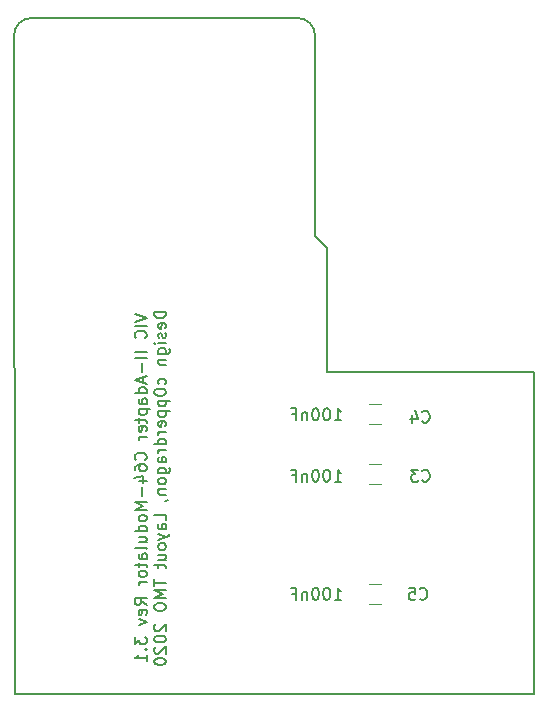
<source format=gbr>
%TF.GenerationSoftware,KiCad,Pcbnew,(5.1.5-0-10_14)*%
%TF.CreationDate,2020-10-24T19:52:31+02:00*%
%TF.ProjectId,c64board,63363462-6f61-4726-942e-6b696361645f,3.1*%
%TF.SameCoordinates,Original*%
%TF.FileFunction,Legend,Bot*%
%TF.FilePolarity,Positive*%
%FSLAX46Y46*%
G04 Gerber Fmt 4.6, Leading zero omitted, Abs format (unit mm)*
G04 Created by KiCad (PCBNEW (5.1.5-0-10_14)) date 2020-10-24 19:52:31*
%MOMM*%
%LPD*%
G04 APERTURE LIST*
%ADD10C,0.150000*%
%ADD11C,0.120000*%
G04 APERTURE END LIST*
D10*
X132000000Y-50500000D02*
G75*
G02X133500000Y-49000000I1500000J0D01*
G01*
X156000000Y-49000000D02*
G75*
G02X157500000Y-50500000I0J-1500000D01*
G01*
X157500000Y-67500000D02*
X158500000Y-68500000D01*
X157500000Y-65000000D02*
X157500000Y-67500000D01*
X157500000Y-50500000D02*
X157500000Y-65000000D01*
X158500000Y-79000000D02*
X176000000Y-79000000D01*
X158500000Y-79000000D02*
X158500000Y-68500000D01*
X133500000Y-49000000D02*
X156000000Y-49000000D01*
X132080000Y-106250000D02*
X176000000Y-106250000D01*
X142227380Y-74038095D02*
X143227380Y-74371428D01*
X142227380Y-74704761D01*
X143227380Y-75038095D02*
X142227380Y-75038095D01*
X143132142Y-76085714D02*
X143179761Y-76038095D01*
X143227380Y-75895238D01*
X143227380Y-75800000D01*
X143179761Y-75657142D01*
X143084523Y-75561904D01*
X142989285Y-75514285D01*
X142798809Y-75466666D01*
X142655952Y-75466666D01*
X142465476Y-75514285D01*
X142370238Y-75561904D01*
X142275000Y-75657142D01*
X142227380Y-75800000D01*
X142227380Y-75895238D01*
X142275000Y-76038095D01*
X142322619Y-76085714D01*
X143227380Y-77276190D02*
X142227380Y-77276190D01*
X143227380Y-77752380D02*
X142227380Y-77752380D01*
X142846428Y-78228571D02*
X142846428Y-78990476D01*
X142941666Y-79419047D02*
X142941666Y-79895238D01*
X143227380Y-79323809D02*
X142227380Y-79657142D01*
X143227380Y-79990476D01*
X143227380Y-80752380D02*
X142227380Y-80752380D01*
X143179761Y-80752380D02*
X143227380Y-80657142D01*
X143227380Y-80466666D01*
X143179761Y-80371428D01*
X143132142Y-80323809D01*
X143036904Y-80276190D01*
X142751190Y-80276190D01*
X142655952Y-80323809D01*
X142608333Y-80371428D01*
X142560714Y-80466666D01*
X142560714Y-80657142D01*
X142608333Y-80752380D01*
X143227380Y-81657142D02*
X142703571Y-81657142D01*
X142608333Y-81609523D01*
X142560714Y-81514285D01*
X142560714Y-81323809D01*
X142608333Y-81228571D01*
X143179761Y-81657142D02*
X143227380Y-81561904D01*
X143227380Y-81323809D01*
X143179761Y-81228571D01*
X143084523Y-81180952D01*
X142989285Y-81180952D01*
X142894047Y-81228571D01*
X142846428Y-81323809D01*
X142846428Y-81561904D01*
X142798809Y-81657142D01*
X142560714Y-82133333D02*
X143560714Y-82133333D01*
X142608333Y-82133333D02*
X142560714Y-82228571D01*
X142560714Y-82419047D01*
X142608333Y-82514285D01*
X142655952Y-82561904D01*
X142751190Y-82609523D01*
X143036904Y-82609523D01*
X143132142Y-82561904D01*
X143179761Y-82514285D01*
X143227380Y-82419047D01*
X143227380Y-82228571D01*
X143179761Y-82133333D01*
X142560714Y-82895238D02*
X142560714Y-83276190D01*
X142227380Y-83038095D02*
X143084523Y-83038095D01*
X143179761Y-83085714D01*
X143227380Y-83180952D01*
X143227380Y-83276190D01*
X143179761Y-83990476D02*
X143227380Y-83895238D01*
X143227380Y-83704761D01*
X143179761Y-83609523D01*
X143084523Y-83561904D01*
X142703571Y-83561904D01*
X142608333Y-83609523D01*
X142560714Y-83704761D01*
X142560714Y-83895238D01*
X142608333Y-83990476D01*
X142703571Y-84038095D01*
X142798809Y-84038095D01*
X142894047Y-83561904D01*
X143227380Y-84466666D02*
X142560714Y-84466666D01*
X142751190Y-84466666D02*
X142655952Y-84514285D01*
X142608333Y-84561904D01*
X142560714Y-84657142D01*
X142560714Y-84752380D01*
X143132142Y-86419047D02*
X143179761Y-86371428D01*
X143227380Y-86228571D01*
X143227380Y-86133333D01*
X143179761Y-85990476D01*
X143084523Y-85895238D01*
X142989285Y-85847619D01*
X142798809Y-85800000D01*
X142655952Y-85800000D01*
X142465476Y-85847619D01*
X142370238Y-85895238D01*
X142275000Y-85990476D01*
X142227380Y-86133333D01*
X142227380Y-86228571D01*
X142275000Y-86371428D01*
X142322619Y-86419047D01*
X142227380Y-87276190D02*
X142227380Y-87085714D01*
X142275000Y-86990476D01*
X142322619Y-86942857D01*
X142465476Y-86847619D01*
X142655952Y-86800000D01*
X143036904Y-86800000D01*
X143132142Y-86847619D01*
X143179761Y-86895238D01*
X143227380Y-86990476D01*
X143227380Y-87180952D01*
X143179761Y-87276190D01*
X143132142Y-87323809D01*
X143036904Y-87371428D01*
X142798809Y-87371428D01*
X142703571Y-87323809D01*
X142655952Y-87276190D01*
X142608333Y-87180952D01*
X142608333Y-86990476D01*
X142655952Y-86895238D01*
X142703571Y-86847619D01*
X142798809Y-86800000D01*
X142560714Y-88228571D02*
X143227380Y-88228571D01*
X142179761Y-87990476D02*
X142894047Y-87752380D01*
X142894047Y-88371428D01*
X142846428Y-88752380D02*
X142846428Y-89514285D01*
X143227380Y-89990476D02*
X142227380Y-89990476D01*
X142941666Y-90323809D01*
X142227380Y-90657142D01*
X143227380Y-90657142D01*
X143227380Y-91276190D02*
X143179761Y-91180952D01*
X143132142Y-91133333D01*
X143036904Y-91085714D01*
X142751190Y-91085714D01*
X142655952Y-91133333D01*
X142608333Y-91180952D01*
X142560714Y-91276190D01*
X142560714Y-91419047D01*
X142608333Y-91514285D01*
X142655952Y-91561904D01*
X142751190Y-91609523D01*
X143036904Y-91609523D01*
X143132142Y-91561904D01*
X143179761Y-91514285D01*
X143227380Y-91419047D01*
X143227380Y-91276190D01*
X143227380Y-92466666D02*
X142227380Y-92466666D01*
X143179761Y-92466666D02*
X143227380Y-92371428D01*
X143227380Y-92180952D01*
X143179761Y-92085714D01*
X143132142Y-92038095D01*
X143036904Y-91990476D01*
X142751190Y-91990476D01*
X142655952Y-92038095D01*
X142608333Y-92085714D01*
X142560714Y-92180952D01*
X142560714Y-92371428D01*
X142608333Y-92466666D01*
X142560714Y-93371428D02*
X143227380Y-93371428D01*
X142560714Y-92942857D02*
X143084523Y-92942857D01*
X143179761Y-92990476D01*
X143227380Y-93085714D01*
X143227380Y-93228571D01*
X143179761Y-93323809D01*
X143132142Y-93371428D01*
X143227380Y-93990476D02*
X143179761Y-93895238D01*
X143084523Y-93847619D01*
X142227380Y-93847619D01*
X143227380Y-94800000D02*
X142703571Y-94800000D01*
X142608333Y-94752380D01*
X142560714Y-94657142D01*
X142560714Y-94466666D01*
X142608333Y-94371428D01*
X143179761Y-94800000D02*
X143227380Y-94704761D01*
X143227380Y-94466666D01*
X143179761Y-94371428D01*
X143084523Y-94323809D01*
X142989285Y-94323809D01*
X142894047Y-94371428D01*
X142846428Y-94466666D01*
X142846428Y-94704761D01*
X142798809Y-94800000D01*
X142560714Y-95133333D02*
X142560714Y-95514285D01*
X142227380Y-95276190D02*
X143084523Y-95276190D01*
X143179761Y-95323809D01*
X143227380Y-95419047D01*
X143227380Y-95514285D01*
X143227380Y-95990476D02*
X143179761Y-95895238D01*
X143132142Y-95847619D01*
X143036904Y-95800000D01*
X142751190Y-95800000D01*
X142655952Y-95847619D01*
X142608333Y-95895238D01*
X142560714Y-95990476D01*
X142560714Y-96133333D01*
X142608333Y-96228571D01*
X142655952Y-96276190D01*
X142751190Y-96323809D01*
X143036904Y-96323809D01*
X143132142Y-96276190D01*
X143179761Y-96228571D01*
X143227380Y-96133333D01*
X143227380Y-95990476D01*
X143227380Y-96752380D02*
X142560714Y-96752380D01*
X142751190Y-96752380D02*
X142655952Y-96800000D01*
X142608333Y-96847619D01*
X142560714Y-96942857D01*
X142560714Y-97038095D01*
X143227380Y-98704761D02*
X142751190Y-98371428D01*
X143227380Y-98133333D02*
X142227380Y-98133333D01*
X142227380Y-98514285D01*
X142275000Y-98609523D01*
X142322619Y-98657142D01*
X142417857Y-98704761D01*
X142560714Y-98704761D01*
X142655952Y-98657142D01*
X142703571Y-98609523D01*
X142751190Y-98514285D01*
X142751190Y-98133333D01*
X143179761Y-99514285D02*
X143227380Y-99419047D01*
X143227380Y-99228571D01*
X143179761Y-99133333D01*
X143084523Y-99085714D01*
X142703571Y-99085714D01*
X142608333Y-99133333D01*
X142560714Y-99228571D01*
X142560714Y-99419047D01*
X142608333Y-99514285D01*
X142703571Y-99561904D01*
X142798809Y-99561904D01*
X142894047Y-99085714D01*
X142560714Y-99895238D02*
X143227380Y-100133333D01*
X142560714Y-100371428D01*
X142227380Y-101419047D02*
X142227380Y-102038095D01*
X142608333Y-101704761D01*
X142608333Y-101847619D01*
X142655952Y-101942857D01*
X142703571Y-101990476D01*
X142798809Y-102038095D01*
X143036904Y-102038095D01*
X143132142Y-101990476D01*
X143179761Y-101942857D01*
X143227380Y-101847619D01*
X143227380Y-101561904D01*
X143179761Y-101466666D01*
X143132142Y-101419047D01*
X143132142Y-102466666D02*
X143179761Y-102514285D01*
X143227380Y-102466666D01*
X143179761Y-102419047D01*
X143132142Y-102466666D01*
X143227380Y-102466666D01*
X143227380Y-103466666D02*
X143227380Y-102895238D01*
X143227380Y-103180952D02*
X142227380Y-103180952D01*
X142370238Y-103085714D01*
X142465476Y-102990476D01*
X142513095Y-102895238D01*
X144877380Y-73871428D02*
X143877380Y-73871428D01*
X143877380Y-74109523D01*
X143925000Y-74252380D01*
X144020238Y-74347619D01*
X144115476Y-74395238D01*
X144305952Y-74442857D01*
X144448809Y-74442857D01*
X144639285Y-74395238D01*
X144734523Y-74347619D01*
X144829761Y-74252380D01*
X144877380Y-74109523D01*
X144877380Y-73871428D01*
X144829761Y-75252380D02*
X144877380Y-75157142D01*
X144877380Y-74966666D01*
X144829761Y-74871428D01*
X144734523Y-74823809D01*
X144353571Y-74823809D01*
X144258333Y-74871428D01*
X144210714Y-74966666D01*
X144210714Y-75157142D01*
X144258333Y-75252380D01*
X144353571Y-75300000D01*
X144448809Y-75300000D01*
X144544047Y-74823809D01*
X144829761Y-75680952D02*
X144877380Y-75776190D01*
X144877380Y-75966666D01*
X144829761Y-76061904D01*
X144734523Y-76109523D01*
X144686904Y-76109523D01*
X144591666Y-76061904D01*
X144544047Y-75966666D01*
X144544047Y-75823809D01*
X144496428Y-75728571D01*
X144401190Y-75680952D01*
X144353571Y-75680952D01*
X144258333Y-75728571D01*
X144210714Y-75823809D01*
X144210714Y-75966666D01*
X144258333Y-76061904D01*
X144877380Y-76538095D02*
X144210714Y-76538095D01*
X143877380Y-76538095D02*
X143925000Y-76490476D01*
X143972619Y-76538095D01*
X143925000Y-76585714D01*
X143877380Y-76538095D01*
X143972619Y-76538095D01*
X144210714Y-77442857D02*
X145020238Y-77442857D01*
X145115476Y-77395238D01*
X145163095Y-77347619D01*
X145210714Y-77252380D01*
X145210714Y-77109523D01*
X145163095Y-77014285D01*
X144829761Y-77442857D02*
X144877380Y-77347619D01*
X144877380Y-77157142D01*
X144829761Y-77061904D01*
X144782142Y-77014285D01*
X144686904Y-76966666D01*
X144401190Y-76966666D01*
X144305952Y-77014285D01*
X144258333Y-77061904D01*
X144210714Y-77157142D01*
X144210714Y-77347619D01*
X144258333Y-77442857D01*
X144210714Y-77919047D02*
X144877380Y-77919047D01*
X144305952Y-77919047D02*
X144258333Y-77966666D01*
X144210714Y-78061904D01*
X144210714Y-78204761D01*
X144258333Y-78300000D01*
X144353571Y-78347619D01*
X144877380Y-78347619D01*
X144829761Y-80014285D02*
X144877380Y-79919047D01*
X144877380Y-79728571D01*
X144829761Y-79633333D01*
X144782142Y-79585714D01*
X144686904Y-79538095D01*
X144401190Y-79538095D01*
X144305952Y-79585714D01*
X144258333Y-79633333D01*
X144210714Y-79728571D01*
X144210714Y-79919047D01*
X144258333Y-80014285D01*
X143877380Y-80633333D02*
X143877380Y-80728571D01*
X143925000Y-80823809D01*
X143972619Y-80871428D01*
X144067857Y-80919047D01*
X144258333Y-80966666D01*
X144496428Y-80966666D01*
X144686904Y-80919047D01*
X144782142Y-80871428D01*
X144829761Y-80823809D01*
X144877380Y-80728571D01*
X144877380Y-80633333D01*
X144829761Y-80538095D01*
X144782142Y-80490476D01*
X144686904Y-80442857D01*
X144496428Y-80395238D01*
X144258333Y-80395238D01*
X144067857Y-80442857D01*
X143972619Y-80490476D01*
X143925000Y-80538095D01*
X143877380Y-80633333D01*
X144210714Y-81395238D02*
X145210714Y-81395238D01*
X144258333Y-81395238D02*
X144210714Y-81490476D01*
X144210714Y-81680952D01*
X144258333Y-81776190D01*
X144305952Y-81823809D01*
X144401190Y-81871428D01*
X144686904Y-81871428D01*
X144782142Y-81823809D01*
X144829761Y-81776190D01*
X144877380Y-81680952D01*
X144877380Y-81490476D01*
X144829761Y-81395238D01*
X144210714Y-82300000D02*
X145210714Y-82300000D01*
X144258333Y-82300000D02*
X144210714Y-82395238D01*
X144210714Y-82585714D01*
X144258333Y-82680952D01*
X144305952Y-82728571D01*
X144401190Y-82776190D01*
X144686904Y-82776190D01*
X144782142Y-82728571D01*
X144829761Y-82680952D01*
X144877380Y-82585714D01*
X144877380Y-82395238D01*
X144829761Y-82300000D01*
X144829761Y-83585714D02*
X144877380Y-83490476D01*
X144877380Y-83300000D01*
X144829761Y-83204761D01*
X144734523Y-83157142D01*
X144353571Y-83157142D01*
X144258333Y-83204761D01*
X144210714Y-83300000D01*
X144210714Y-83490476D01*
X144258333Y-83585714D01*
X144353571Y-83633333D01*
X144448809Y-83633333D01*
X144544047Y-83157142D01*
X144877380Y-84061904D02*
X144210714Y-84061904D01*
X144401190Y-84061904D02*
X144305952Y-84109523D01*
X144258333Y-84157142D01*
X144210714Y-84252380D01*
X144210714Y-84347619D01*
X144877380Y-85109523D02*
X143877380Y-85109523D01*
X144829761Y-85109523D02*
X144877380Y-85014285D01*
X144877380Y-84823809D01*
X144829761Y-84728571D01*
X144782142Y-84680952D01*
X144686904Y-84633333D01*
X144401190Y-84633333D01*
X144305952Y-84680952D01*
X144258333Y-84728571D01*
X144210714Y-84823809D01*
X144210714Y-85014285D01*
X144258333Y-85109523D01*
X144877380Y-85585714D02*
X144210714Y-85585714D01*
X144401190Y-85585714D02*
X144305952Y-85633333D01*
X144258333Y-85680952D01*
X144210714Y-85776190D01*
X144210714Y-85871428D01*
X144877380Y-86633333D02*
X144353571Y-86633333D01*
X144258333Y-86585714D01*
X144210714Y-86490476D01*
X144210714Y-86300000D01*
X144258333Y-86204761D01*
X144829761Y-86633333D02*
X144877380Y-86538095D01*
X144877380Y-86300000D01*
X144829761Y-86204761D01*
X144734523Y-86157142D01*
X144639285Y-86157142D01*
X144544047Y-86204761D01*
X144496428Y-86300000D01*
X144496428Y-86538095D01*
X144448809Y-86633333D01*
X144210714Y-87538095D02*
X145020238Y-87538095D01*
X145115476Y-87490476D01*
X145163095Y-87442857D01*
X145210714Y-87347619D01*
X145210714Y-87204761D01*
X145163095Y-87109523D01*
X144829761Y-87538095D02*
X144877380Y-87442857D01*
X144877380Y-87252380D01*
X144829761Y-87157142D01*
X144782142Y-87109523D01*
X144686904Y-87061904D01*
X144401190Y-87061904D01*
X144305952Y-87109523D01*
X144258333Y-87157142D01*
X144210714Y-87252380D01*
X144210714Y-87442857D01*
X144258333Y-87538095D01*
X144877380Y-88157142D02*
X144829761Y-88061904D01*
X144782142Y-88014285D01*
X144686904Y-87966666D01*
X144401190Y-87966666D01*
X144305952Y-88014285D01*
X144258333Y-88061904D01*
X144210714Y-88157142D01*
X144210714Y-88300000D01*
X144258333Y-88395238D01*
X144305952Y-88442857D01*
X144401190Y-88490476D01*
X144686904Y-88490476D01*
X144782142Y-88442857D01*
X144829761Y-88395238D01*
X144877380Y-88300000D01*
X144877380Y-88157142D01*
X144210714Y-88919047D02*
X144877380Y-88919047D01*
X144305952Y-88919047D02*
X144258333Y-88966666D01*
X144210714Y-89061904D01*
X144210714Y-89204761D01*
X144258333Y-89300000D01*
X144353571Y-89347619D01*
X144877380Y-89347619D01*
X144829761Y-89871428D02*
X144877380Y-89871428D01*
X144972619Y-89823809D01*
X145020238Y-89776190D01*
X144877380Y-91538095D02*
X144877380Y-91061904D01*
X143877380Y-91061904D01*
X144877380Y-92300000D02*
X144353571Y-92300000D01*
X144258333Y-92252380D01*
X144210714Y-92157142D01*
X144210714Y-91966666D01*
X144258333Y-91871428D01*
X144829761Y-92300000D02*
X144877380Y-92204761D01*
X144877380Y-91966666D01*
X144829761Y-91871428D01*
X144734523Y-91823809D01*
X144639285Y-91823809D01*
X144544047Y-91871428D01*
X144496428Y-91966666D01*
X144496428Y-92204761D01*
X144448809Y-92300000D01*
X144210714Y-92680952D02*
X144877380Y-92919047D01*
X144210714Y-93157142D02*
X144877380Y-92919047D01*
X145115476Y-92823809D01*
X145163095Y-92776190D01*
X145210714Y-92680952D01*
X144877380Y-93680952D02*
X144829761Y-93585714D01*
X144782142Y-93538095D01*
X144686904Y-93490476D01*
X144401190Y-93490476D01*
X144305952Y-93538095D01*
X144258333Y-93585714D01*
X144210714Y-93680952D01*
X144210714Y-93823809D01*
X144258333Y-93919047D01*
X144305952Y-93966666D01*
X144401190Y-94014285D01*
X144686904Y-94014285D01*
X144782142Y-93966666D01*
X144829761Y-93919047D01*
X144877380Y-93823809D01*
X144877380Y-93680952D01*
X144210714Y-94871428D02*
X144877380Y-94871428D01*
X144210714Y-94442857D02*
X144734523Y-94442857D01*
X144829761Y-94490476D01*
X144877380Y-94585714D01*
X144877380Y-94728571D01*
X144829761Y-94823809D01*
X144782142Y-94871428D01*
X144210714Y-95204761D02*
X144210714Y-95585714D01*
X143877380Y-95347619D02*
X144734523Y-95347619D01*
X144829761Y-95395238D01*
X144877380Y-95490476D01*
X144877380Y-95585714D01*
X143877380Y-96538095D02*
X143877380Y-97109523D01*
X144877380Y-96823809D02*
X143877380Y-96823809D01*
X144877380Y-97442857D02*
X143877380Y-97442857D01*
X144591666Y-97776190D01*
X143877380Y-98109523D01*
X144877380Y-98109523D01*
X143877380Y-98776190D02*
X143877380Y-98966666D01*
X143925000Y-99061904D01*
X144020238Y-99157142D01*
X144210714Y-99204761D01*
X144544047Y-99204761D01*
X144734523Y-99157142D01*
X144829761Y-99061904D01*
X144877380Y-98966666D01*
X144877380Y-98776190D01*
X144829761Y-98680952D01*
X144734523Y-98585714D01*
X144544047Y-98538095D01*
X144210714Y-98538095D01*
X144020238Y-98585714D01*
X143925000Y-98680952D01*
X143877380Y-98776190D01*
X143972619Y-100347619D02*
X143925000Y-100395238D01*
X143877380Y-100490476D01*
X143877380Y-100728571D01*
X143925000Y-100823809D01*
X143972619Y-100871428D01*
X144067857Y-100919047D01*
X144163095Y-100919047D01*
X144305952Y-100871428D01*
X144877380Y-100299999D01*
X144877380Y-100919047D01*
X143877380Y-101538095D02*
X143877380Y-101633333D01*
X143925000Y-101728571D01*
X143972619Y-101776190D01*
X144067857Y-101823809D01*
X144258333Y-101871428D01*
X144496428Y-101871428D01*
X144686904Y-101823809D01*
X144782142Y-101776190D01*
X144829761Y-101728571D01*
X144877380Y-101633333D01*
X144877380Y-101538095D01*
X144829761Y-101442857D01*
X144782142Y-101395238D01*
X144686904Y-101347619D01*
X144496428Y-101299999D01*
X144258333Y-101299999D01*
X144067857Y-101347619D01*
X143972619Y-101395238D01*
X143925000Y-101442857D01*
X143877380Y-101538095D01*
X143972619Y-102252380D02*
X143925000Y-102299999D01*
X143877380Y-102395238D01*
X143877380Y-102633333D01*
X143925000Y-102728571D01*
X143972619Y-102776190D01*
X144067857Y-102823809D01*
X144163095Y-102823809D01*
X144305952Y-102776190D01*
X144877380Y-102204761D01*
X144877380Y-102823809D01*
X143877380Y-103442857D02*
X143877380Y-103538095D01*
X143925000Y-103633333D01*
X143972619Y-103680952D01*
X144067857Y-103728571D01*
X144258333Y-103776190D01*
X144496428Y-103776190D01*
X144686904Y-103728571D01*
X144782142Y-103680952D01*
X144829761Y-103633333D01*
X144877380Y-103538095D01*
X144877380Y-103442857D01*
X144829761Y-103347619D01*
X144782142Y-103299999D01*
X144686904Y-103252380D01*
X144496428Y-103204761D01*
X144258333Y-103204761D01*
X144067857Y-103252380D01*
X143972619Y-103299999D01*
X143925000Y-103347619D01*
X143877380Y-103442857D01*
X132080000Y-106250000D02*
X132000000Y-50500000D01*
X176000000Y-79000000D02*
X176000000Y-106250000D01*
D11*
X163060000Y-88480000D02*
X162060000Y-88480000D01*
X162060000Y-86780000D02*
X163060000Y-86780000D01*
X162060000Y-81700000D02*
X163060000Y-81700000D01*
X163060000Y-83400000D02*
X162060000Y-83400000D01*
X163060000Y-98640000D02*
X162060000Y-98640000D01*
X162060000Y-96940000D02*
X163060000Y-96940000D01*
D10*
X166566666Y-88157142D02*
X166614285Y-88204761D01*
X166757142Y-88252380D01*
X166852380Y-88252380D01*
X166995238Y-88204761D01*
X167090476Y-88109523D01*
X167138095Y-88014285D01*
X167185714Y-87823809D01*
X167185714Y-87680952D01*
X167138095Y-87490476D01*
X167090476Y-87395238D01*
X166995238Y-87300000D01*
X166852380Y-87252380D01*
X166757142Y-87252380D01*
X166614285Y-87300000D01*
X166566666Y-87347619D01*
X166233333Y-87252380D02*
X165614285Y-87252380D01*
X165947619Y-87633333D01*
X165804761Y-87633333D01*
X165709523Y-87680952D01*
X165661904Y-87728571D01*
X165614285Y-87823809D01*
X165614285Y-88061904D01*
X165661904Y-88157142D01*
X165709523Y-88204761D01*
X165804761Y-88252380D01*
X166090476Y-88252380D01*
X166185714Y-88204761D01*
X166233333Y-88157142D01*
X159147619Y-88252380D02*
X159719047Y-88252380D01*
X159433333Y-88252380D02*
X159433333Y-87252380D01*
X159528571Y-87395238D01*
X159623809Y-87490476D01*
X159719047Y-87538095D01*
X158528571Y-87252380D02*
X158433333Y-87252380D01*
X158338095Y-87300000D01*
X158290476Y-87347619D01*
X158242857Y-87442857D01*
X158195238Y-87633333D01*
X158195238Y-87871428D01*
X158242857Y-88061904D01*
X158290476Y-88157142D01*
X158338095Y-88204761D01*
X158433333Y-88252380D01*
X158528571Y-88252380D01*
X158623809Y-88204761D01*
X158671428Y-88157142D01*
X158719047Y-88061904D01*
X158766666Y-87871428D01*
X158766666Y-87633333D01*
X158719047Y-87442857D01*
X158671428Y-87347619D01*
X158623809Y-87300000D01*
X158528571Y-87252380D01*
X157576190Y-87252380D02*
X157480952Y-87252380D01*
X157385714Y-87300000D01*
X157338095Y-87347619D01*
X157290476Y-87442857D01*
X157242857Y-87633333D01*
X157242857Y-87871428D01*
X157290476Y-88061904D01*
X157338095Y-88157142D01*
X157385714Y-88204761D01*
X157480952Y-88252380D01*
X157576190Y-88252380D01*
X157671428Y-88204761D01*
X157719047Y-88157142D01*
X157766666Y-88061904D01*
X157814285Y-87871428D01*
X157814285Y-87633333D01*
X157766666Y-87442857D01*
X157719047Y-87347619D01*
X157671428Y-87300000D01*
X157576190Y-87252380D01*
X156814285Y-87585714D02*
X156814285Y-88252380D01*
X156814285Y-87680952D02*
X156766666Y-87633333D01*
X156671428Y-87585714D01*
X156528571Y-87585714D01*
X156433333Y-87633333D01*
X156385714Y-87728571D01*
X156385714Y-88252380D01*
X155576190Y-87728571D02*
X155909523Y-87728571D01*
X155909523Y-88252380D02*
X155909523Y-87252380D01*
X155433333Y-87252380D01*
X166566666Y-83157142D02*
X166614285Y-83204761D01*
X166757142Y-83252380D01*
X166852380Y-83252380D01*
X166995238Y-83204761D01*
X167090476Y-83109523D01*
X167138095Y-83014285D01*
X167185714Y-82823809D01*
X167185714Y-82680952D01*
X167138095Y-82490476D01*
X167090476Y-82395238D01*
X166995238Y-82300000D01*
X166852380Y-82252380D01*
X166757142Y-82252380D01*
X166614285Y-82300000D01*
X166566666Y-82347619D01*
X165709523Y-82585714D02*
X165709523Y-83252380D01*
X165947619Y-82204761D02*
X166185714Y-82919047D01*
X165566666Y-82919047D01*
X159147619Y-83052380D02*
X159719047Y-83052380D01*
X159433333Y-83052380D02*
X159433333Y-82052380D01*
X159528571Y-82195238D01*
X159623809Y-82290476D01*
X159719047Y-82338095D01*
X158528571Y-82052380D02*
X158433333Y-82052380D01*
X158338095Y-82100000D01*
X158290476Y-82147619D01*
X158242857Y-82242857D01*
X158195238Y-82433333D01*
X158195238Y-82671428D01*
X158242857Y-82861904D01*
X158290476Y-82957142D01*
X158338095Y-83004761D01*
X158433333Y-83052380D01*
X158528571Y-83052380D01*
X158623809Y-83004761D01*
X158671428Y-82957142D01*
X158719047Y-82861904D01*
X158766666Y-82671428D01*
X158766666Y-82433333D01*
X158719047Y-82242857D01*
X158671428Y-82147619D01*
X158623809Y-82100000D01*
X158528571Y-82052380D01*
X157576190Y-82052380D02*
X157480952Y-82052380D01*
X157385714Y-82100000D01*
X157338095Y-82147619D01*
X157290476Y-82242857D01*
X157242857Y-82433333D01*
X157242857Y-82671428D01*
X157290476Y-82861904D01*
X157338095Y-82957142D01*
X157385714Y-83004761D01*
X157480952Y-83052380D01*
X157576190Y-83052380D01*
X157671428Y-83004761D01*
X157719047Y-82957142D01*
X157766666Y-82861904D01*
X157814285Y-82671428D01*
X157814285Y-82433333D01*
X157766666Y-82242857D01*
X157719047Y-82147619D01*
X157671428Y-82100000D01*
X157576190Y-82052380D01*
X156814285Y-82385714D02*
X156814285Y-83052380D01*
X156814285Y-82480952D02*
X156766666Y-82433333D01*
X156671428Y-82385714D01*
X156528571Y-82385714D01*
X156433333Y-82433333D01*
X156385714Y-82528571D01*
X156385714Y-83052380D01*
X155576190Y-82528571D02*
X155909523Y-82528571D01*
X155909523Y-83052380D02*
X155909523Y-82052380D01*
X155433333Y-82052380D01*
X166366666Y-98157142D02*
X166414285Y-98204761D01*
X166557142Y-98252380D01*
X166652380Y-98252380D01*
X166795238Y-98204761D01*
X166890476Y-98109523D01*
X166938095Y-98014285D01*
X166985714Y-97823809D01*
X166985714Y-97680952D01*
X166938095Y-97490476D01*
X166890476Y-97395238D01*
X166795238Y-97300000D01*
X166652380Y-97252380D01*
X166557142Y-97252380D01*
X166414285Y-97300000D01*
X166366666Y-97347619D01*
X165461904Y-97252380D02*
X165938095Y-97252380D01*
X165985714Y-97728571D01*
X165938095Y-97680952D01*
X165842857Y-97633333D01*
X165604761Y-97633333D01*
X165509523Y-97680952D01*
X165461904Y-97728571D01*
X165414285Y-97823809D01*
X165414285Y-98061904D01*
X165461904Y-98157142D01*
X165509523Y-98204761D01*
X165604761Y-98252380D01*
X165842857Y-98252380D01*
X165938095Y-98204761D01*
X165985714Y-98157142D01*
X159147619Y-98252380D02*
X159719047Y-98252380D01*
X159433333Y-98252380D02*
X159433333Y-97252380D01*
X159528571Y-97395238D01*
X159623809Y-97490476D01*
X159719047Y-97538095D01*
X158528571Y-97252380D02*
X158433333Y-97252380D01*
X158338095Y-97300000D01*
X158290476Y-97347619D01*
X158242857Y-97442857D01*
X158195238Y-97633333D01*
X158195238Y-97871428D01*
X158242857Y-98061904D01*
X158290476Y-98157142D01*
X158338095Y-98204761D01*
X158433333Y-98252380D01*
X158528571Y-98252380D01*
X158623809Y-98204761D01*
X158671428Y-98157142D01*
X158719047Y-98061904D01*
X158766666Y-97871428D01*
X158766666Y-97633333D01*
X158719047Y-97442857D01*
X158671428Y-97347619D01*
X158623809Y-97300000D01*
X158528571Y-97252380D01*
X157576190Y-97252380D02*
X157480952Y-97252380D01*
X157385714Y-97300000D01*
X157338095Y-97347619D01*
X157290476Y-97442857D01*
X157242857Y-97633333D01*
X157242857Y-97871428D01*
X157290476Y-98061904D01*
X157338095Y-98157142D01*
X157385714Y-98204761D01*
X157480952Y-98252380D01*
X157576190Y-98252380D01*
X157671428Y-98204761D01*
X157719047Y-98157142D01*
X157766666Y-98061904D01*
X157814285Y-97871428D01*
X157814285Y-97633333D01*
X157766666Y-97442857D01*
X157719047Y-97347619D01*
X157671428Y-97300000D01*
X157576190Y-97252380D01*
X156814285Y-97585714D02*
X156814285Y-98252380D01*
X156814285Y-97680952D02*
X156766666Y-97633333D01*
X156671428Y-97585714D01*
X156528571Y-97585714D01*
X156433333Y-97633333D01*
X156385714Y-97728571D01*
X156385714Y-98252380D01*
X155576190Y-97728571D02*
X155909523Y-97728571D01*
X155909523Y-98252380D02*
X155909523Y-97252380D01*
X155433333Y-97252380D01*
M02*

</source>
